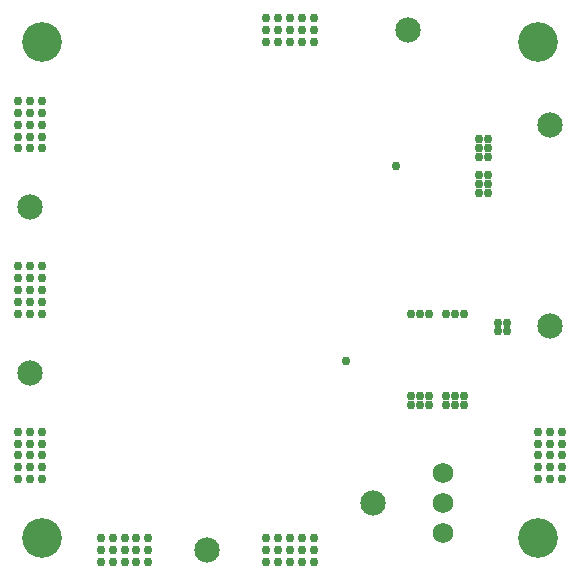
<source format=gbs>
G75*
G70*
%OFA0B0*%
%FSLAX24Y24*%
%IPPOS*%
%LPD*%
%AMOC8*
5,1,8,0,0,1.08239X$1,22.5*
%
%ADD10C,0.1320*%
%ADD11C,0.0847*%
%ADD12C,0.0690*%
%ADD13C,0.0296*%
D10*
X001575Y001575D03*
X018110Y001575D03*
X018110Y018110D03*
X001575Y018110D03*
D11*
X001181Y012598D03*
X001181Y007087D03*
X007087Y001181D03*
X012598Y002756D03*
X018504Y008661D03*
X018504Y015354D03*
X013780Y018504D03*
D12*
X014961Y003756D03*
X014961Y002756D03*
X014961Y001756D03*
D13*
X018110Y003543D03*
X018504Y003543D03*
X018504Y003937D03*
X018110Y003937D03*
X018110Y004331D03*
X018110Y004724D03*
X018504Y004724D03*
X018504Y004331D03*
X018898Y004331D03*
X018898Y004724D03*
X018898Y005118D03*
X018504Y005118D03*
X018110Y005118D03*
X018898Y003937D03*
X018898Y003543D03*
X015650Y006004D03*
X015650Y006299D03*
X015354Y006299D03*
X015059Y006299D03*
X015059Y006004D03*
X015354Y006004D03*
X014469Y006004D03*
X014469Y006299D03*
X014173Y006299D03*
X013878Y006299D03*
X013878Y006004D03*
X014173Y006004D03*
X011713Y007480D03*
X013878Y009055D03*
X014173Y009055D03*
X014469Y009055D03*
X015059Y009055D03*
X015354Y009055D03*
X015650Y009055D03*
X016781Y008760D03*
X016781Y008465D03*
X017077Y008465D03*
X017077Y008760D03*
X016437Y013091D03*
X016437Y013386D03*
X016437Y013681D03*
X016142Y013681D03*
X016142Y013386D03*
X016142Y013091D03*
X016142Y014272D03*
X016142Y014567D03*
X016437Y014567D03*
X016437Y014272D03*
X016437Y014862D03*
X016142Y014862D03*
X013386Y013976D03*
X010630Y018110D03*
X010236Y018110D03*
X009843Y018110D03*
X009843Y018504D03*
X010236Y018504D03*
X010630Y018504D03*
X010630Y018898D03*
X010236Y018898D03*
X009843Y018898D03*
X009449Y018898D03*
X009055Y018898D03*
X009055Y018504D03*
X009055Y018110D03*
X009449Y018110D03*
X009449Y018504D03*
X001575Y016142D03*
X001181Y016142D03*
X000787Y016142D03*
X000787Y015748D03*
X001181Y015748D03*
X001575Y015748D03*
X001575Y015354D03*
X001575Y014961D03*
X001181Y014961D03*
X001181Y015354D03*
X000787Y015354D03*
X000787Y014961D03*
X000787Y014567D03*
X001181Y014567D03*
X001575Y014567D03*
X001575Y010630D03*
X001181Y010630D03*
X000787Y010630D03*
X000787Y010236D03*
X000787Y009843D03*
X001181Y009843D03*
X001181Y010236D03*
X001575Y010236D03*
X001575Y009843D03*
X001575Y009449D03*
X001181Y009449D03*
X000787Y009449D03*
X000787Y009055D03*
X001181Y009055D03*
X001575Y009055D03*
X001575Y005118D03*
X001181Y005118D03*
X000787Y005118D03*
X000787Y004724D03*
X000787Y004331D03*
X001181Y004331D03*
X001181Y004724D03*
X001575Y004724D03*
X001575Y004331D03*
X001575Y003937D03*
X001575Y003543D03*
X001181Y003543D03*
X000787Y003543D03*
X000787Y003937D03*
X001181Y003937D03*
X003543Y001575D03*
X003543Y001181D03*
X003543Y000787D03*
X003937Y000787D03*
X004331Y000787D03*
X004724Y000787D03*
X005118Y000787D03*
X005118Y001181D03*
X004724Y001181D03*
X004724Y001575D03*
X005118Y001575D03*
X004331Y001575D03*
X004331Y001181D03*
X003937Y001181D03*
X003937Y001575D03*
X009055Y001575D03*
X009449Y001575D03*
X009449Y001181D03*
X009055Y001181D03*
X009055Y000787D03*
X009449Y000787D03*
X009843Y000787D03*
X010236Y000787D03*
X010630Y000787D03*
X010630Y001181D03*
X010236Y001181D03*
X009843Y001181D03*
X009843Y001575D03*
X010236Y001575D03*
X010630Y001575D03*
M02*

</source>
